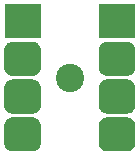
<source format=gbs>
G04 #@! TF.GenerationSoftware,KiCad,Pcbnew,(5.0.0-rc2-dev-596-gcfd2f1d00)*
G04 #@! TF.CreationDate,2018-11-17T14:23:37+02:00*
G04 #@! TF.ProjectId,WS2813_module,5753323831335F6D6F64756C652E6B69,rev?*
G04 #@! TF.SameCoordinates,Original*
G04 #@! TF.FileFunction,Soldermask,Bot*
G04 #@! TF.FilePolarity,Negative*
%FSLAX45Y45*%
G04 Gerber Fmt 4.5, Leading zero omitted, Abs format (unit mm)*
G04 Created by KiCad (PCBNEW (5.0.0-rc2-dev-596-gcfd2f1d00)) date 11/17/18 14:23:37*
%MOMM*%
%LPD*%
G01*
G04 APERTURE LIST*
%ADD10C,0.150000*%
%ADD11C,2.900000*%
%ADD12R,3.100000X2.900000*%
%ADD13C,2.400000*%
G04 APERTURE END LIST*
D10*
G36*
X10489606Y-5335349D02*
X10496644Y-5336393D01*
X10503546Y-5338122D01*
X10510245Y-5340519D01*
X10516676Y-5343561D01*
X10522779Y-5347219D01*
X10528494Y-5351457D01*
X10533765Y-5356235D01*
X10538543Y-5361507D01*
X10542782Y-5367221D01*
X10546439Y-5373324D01*
X10549481Y-5379756D01*
X10551878Y-5386454D01*
X10553607Y-5393356D01*
X10554651Y-5400394D01*
X10555000Y-5407500D01*
X10555000Y-5552500D01*
X10554651Y-5559606D01*
X10553607Y-5566644D01*
X10551878Y-5573546D01*
X10549481Y-5580245D01*
X10546439Y-5586676D01*
X10542782Y-5592779D01*
X10538543Y-5598493D01*
X10533765Y-5603765D01*
X10528494Y-5608543D01*
X10522779Y-5612781D01*
X10516676Y-5616439D01*
X10510245Y-5619481D01*
X10503546Y-5621878D01*
X10496644Y-5623607D01*
X10489606Y-5624651D01*
X10482500Y-5625000D01*
X10317500Y-5625000D01*
X10310394Y-5624651D01*
X10303356Y-5623607D01*
X10296454Y-5621878D01*
X10289756Y-5619481D01*
X10283324Y-5616439D01*
X10277221Y-5612781D01*
X10271507Y-5608543D01*
X10266235Y-5603765D01*
X10261457Y-5598493D01*
X10257219Y-5592779D01*
X10253561Y-5586676D01*
X10250519Y-5580245D01*
X10248122Y-5573546D01*
X10246393Y-5566644D01*
X10245349Y-5559606D01*
X10245000Y-5552500D01*
X10245000Y-5407500D01*
X10245349Y-5400394D01*
X10246393Y-5393356D01*
X10248122Y-5386454D01*
X10250519Y-5379756D01*
X10253561Y-5373324D01*
X10257219Y-5367221D01*
X10261457Y-5361507D01*
X10266235Y-5356235D01*
X10271507Y-5351457D01*
X10277221Y-5347219D01*
X10283324Y-5343561D01*
X10289756Y-5340519D01*
X10296454Y-5338122D01*
X10303356Y-5336393D01*
X10310394Y-5335349D01*
X10317500Y-5335000D01*
X10482500Y-5335000D01*
X10489606Y-5335349D01*
X10489606Y-5335349D01*
G37*
D11*
X10400000Y-5480000D03*
D10*
G36*
X10489606Y-5015349D02*
X10496644Y-5016393D01*
X10503546Y-5018122D01*
X10510245Y-5020519D01*
X10516676Y-5023561D01*
X10522779Y-5027219D01*
X10528494Y-5031457D01*
X10533765Y-5036235D01*
X10538543Y-5041507D01*
X10542782Y-5047221D01*
X10546439Y-5053324D01*
X10549481Y-5059756D01*
X10551878Y-5066454D01*
X10553607Y-5073356D01*
X10554651Y-5080394D01*
X10555000Y-5087500D01*
X10555000Y-5232500D01*
X10554651Y-5239606D01*
X10553607Y-5246644D01*
X10551878Y-5253546D01*
X10549481Y-5260245D01*
X10546439Y-5266676D01*
X10542782Y-5272779D01*
X10538543Y-5278494D01*
X10533765Y-5283765D01*
X10528494Y-5288543D01*
X10522779Y-5292782D01*
X10516676Y-5296439D01*
X10510245Y-5299481D01*
X10503546Y-5301878D01*
X10496644Y-5303607D01*
X10489606Y-5304651D01*
X10482500Y-5305000D01*
X10317500Y-5305000D01*
X10310394Y-5304651D01*
X10303356Y-5303607D01*
X10296454Y-5301878D01*
X10289756Y-5299481D01*
X10283324Y-5296439D01*
X10277221Y-5292782D01*
X10271507Y-5288543D01*
X10266235Y-5283765D01*
X10261457Y-5278494D01*
X10257219Y-5272779D01*
X10253561Y-5266676D01*
X10250519Y-5260245D01*
X10248122Y-5253546D01*
X10246393Y-5246644D01*
X10245349Y-5239606D01*
X10245000Y-5232500D01*
X10245000Y-5087500D01*
X10245349Y-5080394D01*
X10246393Y-5073356D01*
X10248122Y-5066454D01*
X10250519Y-5059756D01*
X10253561Y-5053324D01*
X10257219Y-5047221D01*
X10261457Y-5041507D01*
X10266235Y-5036235D01*
X10271507Y-5031457D01*
X10277221Y-5027219D01*
X10283324Y-5023561D01*
X10289756Y-5020519D01*
X10296454Y-5018122D01*
X10303356Y-5016393D01*
X10310394Y-5015349D01*
X10317500Y-5015000D01*
X10482500Y-5015000D01*
X10489606Y-5015349D01*
X10489606Y-5015349D01*
G37*
D11*
X10400000Y-5160000D03*
D10*
G36*
X10489606Y-4695349D02*
X10496644Y-4696393D01*
X10503546Y-4698122D01*
X10510245Y-4700519D01*
X10516676Y-4703561D01*
X10522779Y-4707219D01*
X10528494Y-4711457D01*
X10533765Y-4716235D01*
X10538543Y-4721507D01*
X10542782Y-4727221D01*
X10546439Y-4733324D01*
X10549481Y-4739756D01*
X10551878Y-4746454D01*
X10553607Y-4753356D01*
X10554651Y-4760394D01*
X10555000Y-4767500D01*
X10555000Y-4912500D01*
X10554651Y-4919606D01*
X10553607Y-4926644D01*
X10551878Y-4933546D01*
X10549481Y-4940245D01*
X10546439Y-4946676D01*
X10542782Y-4952779D01*
X10538543Y-4958494D01*
X10533765Y-4963765D01*
X10528494Y-4968543D01*
X10522779Y-4972782D01*
X10516676Y-4976439D01*
X10510245Y-4979481D01*
X10503546Y-4981878D01*
X10496644Y-4983607D01*
X10489606Y-4984651D01*
X10482500Y-4985000D01*
X10317500Y-4985000D01*
X10310394Y-4984651D01*
X10303356Y-4983607D01*
X10296454Y-4981878D01*
X10289756Y-4979481D01*
X10283324Y-4976439D01*
X10277221Y-4972782D01*
X10271507Y-4968543D01*
X10266235Y-4963765D01*
X10261457Y-4958494D01*
X10257219Y-4952779D01*
X10253561Y-4946676D01*
X10250519Y-4940245D01*
X10248122Y-4933546D01*
X10246393Y-4926644D01*
X10245349Y-4919606D01*
X10245000Y-4912500D01*
X10245000Y-4767500D01*
X10245349Y-4760394D01*
X10246393Y-4753356D01*
X10248122Y-4746454D01*
X10250519Y-4739756D01*
X10253561Y-4733324D01*
X10257219Y-4727221D01*
X10261457Y-4721507D01*
X10266235Y-4716235D01*
X10271507Y-4711457D01*
X10277221Y-4707219D01*
X10283324Y-4703561D01*
X10289756Y-4700519D01*
X10296454Y-4698122D01*
X10303356Y-4696393D01*
X10310394Y-4695349D01*
X10317500Y-4695000D01*
X10482500Y-4695000D01*
X10489606Y-4695349D01*
X10489606Y-4695349D01*
G37*
D11*
X10400000Y-4840000D03*
D12*
X10400000Y-4520000D03*
D10*
G36*
X9689606Y-5335349D02*
X9696644Y-5336393D01*
X9703546Y-5338122D01*
X9710245Y-5340519D01*
X9716676Y-5343561D01*
X9722779Y-5347219D01*
X9728494Y-5351457D01*
X9733765Y-5356235D01*
X9738543Y-5361507D01*
X9742782Y-5367221D01*
X9746439Y-5373324D01*
X9749481Y-5379756D01*
X9751878Y-5386454D01*
X9753607Y-5393356D01*
X9754651Y-5400394D01*
X9755000Y-5407500D01*
X9755000Y-5552500D01*
X9754651Y-5559606D01*
X9753607Y-5566644D01*
X9751878Y-5573546D01*
X9749481Y-5580245D01*
X9746439Y-5586676D01*
X9742782Y-5592779D01*
X9738543Y-5598493D01*
X9733765Y-5603765D01*
X9728494Y-5608543D01*
X9722779Y-5612781D01*
X9716676Y-5616439D01*
X9710245Y-5619481D01*
X9703546Y-5621878D01*
X9696644Y-5623607D01*
X9689606Y-5624651D01*
X9682500Y-5625000D01*
X9517500Y-5625000D01*
X9510394Y-5624651D01*
X9503356Y-5623607D01*
X9496454Y-5621878D01*
X9489756Y-5619481D01*
X9483324Y-5616439D01*
X9477221Y-5612781D01*
X9471507Y-5608543D01*
X9466235Y-5603765D01*
X9461457Y-5598493D01*
X9457219Y-5592779D01*
X9453561Y-5586676D01*
X9450519Y-5580245D01*
X9448122Y-5573546D01*
X9446393Y-5566644D01*
X9445349Y-5559606D01*
X9445000Y-5552500D01*
X9445000Y-5407500D01*
X9445349Y-5400394D01*
X9446393Y-5393356D01*
X9448122Y-5386454D01*
X9450519Y-5379756D01*
X9453561Y-5373324D01*
X9457219Y-5367221D01*
X9461457Y-5361507D01*
X9466235Y-5356235D01*
X9471507Y-5351457D01*
X9477221Y-5347219D01*
X9483324Y-5343561D01*
X9489756Y-5340519D01*
X9496454Y-5338122D01*
X9503356Y-5336393D01*
X9510394Y-5335349D01*
X9517500Y-5335000D01*
X9682500Y-5335000D01*
X9689606Y-5335349D01*
X9689606Y-5335349D01*
G37*
D11*
X9600000Y-5480000D03*
D10*
G36*
X9689606Y-5015349D02*
X9696644Y-5016393D01*
X9703546Y-5018122D01*
X9710245Y-5020519D01*
X9716676Y-5023561D01*
X9722779Y-5027219D01*
X9728494Y-5031457D01*
X9733765Y-5036235D01*
X9738543Y-5041507D01*
X9742782Y-5047221D01*
X9746439Y-5053324D01*
X9749481Y-5059756D01*
X9751878Y-5066454D01*
X9753607Y-5073356D01*
X9754651Y-5080394D01*
X9755000Y-5087500D01*
X9755000Y-5232500D01*
X9754651Y-5239606D01*
X9753607Y-5246644D01*
X9751878Y-5253546D01*
X9749481Y-5260245D01*
X9746439Y-5266676D01*
X9742782Y-5272779D01*
X9738543Y-5278494D01*
X9733765Y-5283765D01*
X9728494Y-5288543D01*
X9722779Y-5292782D01*
X9716676Y-5296439D01*
X9710245Y-5299481D01*
X9703546Y-5301878D01*
X9696644Y-5303607D01*
X9689606Y-5304651D01*
X9682500Y-5305000D01*
X9517500Y-5305000D01*
X9510394Y-5304651D01*
X9503356Y-5303607D01*
X9496454Y-5301878D01*
X9489756Y-5299481D01*
X9483324Y-5296439D01*
X9477221Y-5292782D01*
X9471507Y-5288543D01*
X9466235Y-5283765D01*
X9461457Y-5278494D01*
X9457219Y-5272779D01*
X9453561Y-5266676D01*
X9450519Y-5260245D01*
X9448122Y-5253546D01*
X9446393Y-5246644D01*
X9445349Y-5239606D01*
X9445000Y-5232500D01*
X9445000Y-5087500D01*
X9445349Y-5080394D01*
X9446393Y-5073356D01*
X9448122Y-5066454D01*
X9450519Y-5059756D01*
X9453561Y-5053324D01*
X9457219Y-5047221D01*
X9461457Y-5041507D01*
X9466235Y-5036235D01*
X9471507Y-5031457D01*
X9477221Y-5027219D01*
X9483324Y-5023561D01*
X9489756Y-5020519D01*
X9496454Y-5018122D01*
X9503356Y-5016393D01*
X9510394Y-5015349D01*
X9517500Y-5015000D01*
X9682500Y-5015000D01*
X9689606Y-5015349D01*
X9689606Y-5015349D01*
G37*
D11*
X9600000Y-5160000D03*
D10*
G36*
X9689606Y-4695349D02*
X9696644Y-4696393D01*
X9703546Y-4698122D01*
X9710245Y-4700519D01*
X9716676Y-4703561D01*
X9722779Y-4707219D01*
X9728494Y-4711457D01*
X9733765Y-4716235D01*
X9738543Y-4721507D01*
X9742782Y-4727221D01*
X9746439Y-4733324D01*
X9749481Y-4739756D01*
X9751878Y-4746454D01*
X9753607Y-4753356D01*
X9754651Y-4760394D01*
X9755000Y-4767500D01*
X9755000Y-4912500D01*
X9754651Y-4919606D01*
X9753607Y-4926644D01*
X9751878Y-4933546D01*
X9749481Y-4940245D01*
X9746439Y-4946676D01*
X9742782Y-4952779D01*
X9738543Y-4958494D01*
X9733765Y-4963765D01*
X9728494Y-4968543D01*
X9722779Y-4972782D01*
X9716676Y-4976439D01*
X9710245Y-4979481D01*
X9703546Y-4981878D01*
X9696644Y-4983607D01*
X9689606Y-4984651D01*
X9682500Y-4985000D01*
X9517500Y-4985000D01*
X9510394Y-4984651D01*
X9503356Y-4983607D01*
X9496454Y-4981878D01*
X9489756Y-4979481D01*
X9483324Y-4976439D01*
X9477221Y-4972782D01*
X9471507Y-4968543D01*
X9466235Y-4963765D01*
X9461457Y-4958494D01*
X9457219Y-4952779D01*
X9453561Y-4946676D01*
X9450519Y-4940245D01*
X9448122Y-4933546D01*
X9446393Y-4926644D01*
X9445349Y-4919606D01*
X9445000Y-4912500D01*
X9445000Y-4767500D01*
X9445349Y-4760394D01*
X9446393Y-4753356D01*
X9448122Y-4746454D01*
X9450519Y-4739756D01*
X9453561Y-4733324D01*
X9457219Y-4727221D01*
X9461457Y-4721507D01*
X9466235Y-4716235D01*
X9471507Y-4711457D01*
X9477221Y-4707219D01*
X9483324Y-4703561D01*
X9489756Y-4700519D01*
X9496454Y-4698122D01*
X9503356Y-4696393D01*
X9510394Y-4695349D01*
X9517500Y-4695000D01*
X9682500Y-4695000D01*
X9689606Y-4695349D01*
X9689606Y-4695349D01*
G37*
D11*
X9600000Y-4840000D03*
D12*
X9600000Y-4520000D03*
D13*
X10000000Y-5000000D03*
M02*

</source>
